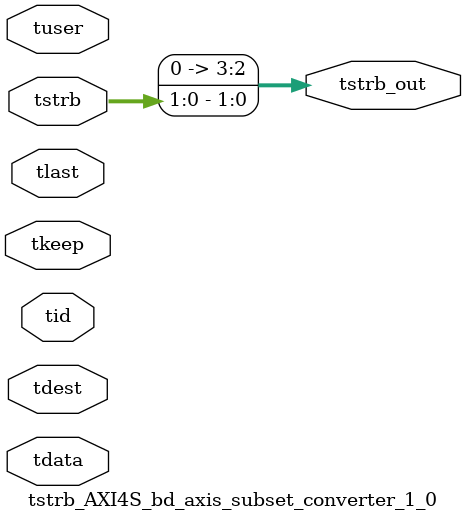
<source format=v>


`timescale 1ps/1ps

module tstrb_AXI4S_bd_axis_subset_converter_1_0 #
(
parameter C_S_AXIS_TDATA_WIDTH = 32,
parameter C_S_AXIS_TUSER_WIDTH = 0,
parameter C_S_AXIS_TID_WIDTH   = 0,
parameter C_S_AXIS_TDEST_WIDTH = 0,
parameter C_M_AXIS_TDATA_WIDTH = 32
)
(
input  [(C_S_AXIS_TDATA_WIDTH == 0 ? 1 : C_S_AXIS_TDATA_WIDTH)-1:0     ] tdata,
input  [(C_S_AXIS_TUSER_WIDTH == 0 ? 1 : C_S_AXIS_TUSER_WIDTH)-1:0     ] tuser,
input  [(C_S_AXIS_TID_WIDTH   == 0 ? 1 : C_S_AXIS_TID_WIDTH)-1:0       ] tid,
input  [(C_S_AXIS_TDEST_WIDTH == 0 ? 1 : C_S_AXIS_TDEST_WIDTH)-1:0     ] tdest,
input  [(C_S_AXIS_TDATA_WIDTH/8)-1:0 ] tkeep,
input  [(C_S_AXIS_TDATA_WIDTH/8)-1:0 ] tstrb,
input                                                                    tlast,
output [(C_M_AXIS_TDATA_WIDTH/8)-1:0 ] tstrb_out
);

assign tstrb_out = {tstrb[1:0]};

endmodule


</source>
